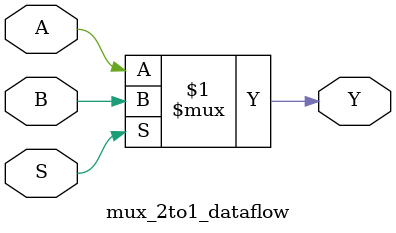
<source format=v>
module mux_2to1_dataflow (
  input wire A,   
  input wire B,   
  input wire S,   
  output wire Y  
);

  assign Y = S ? B : A;  
endmodule

</source>
